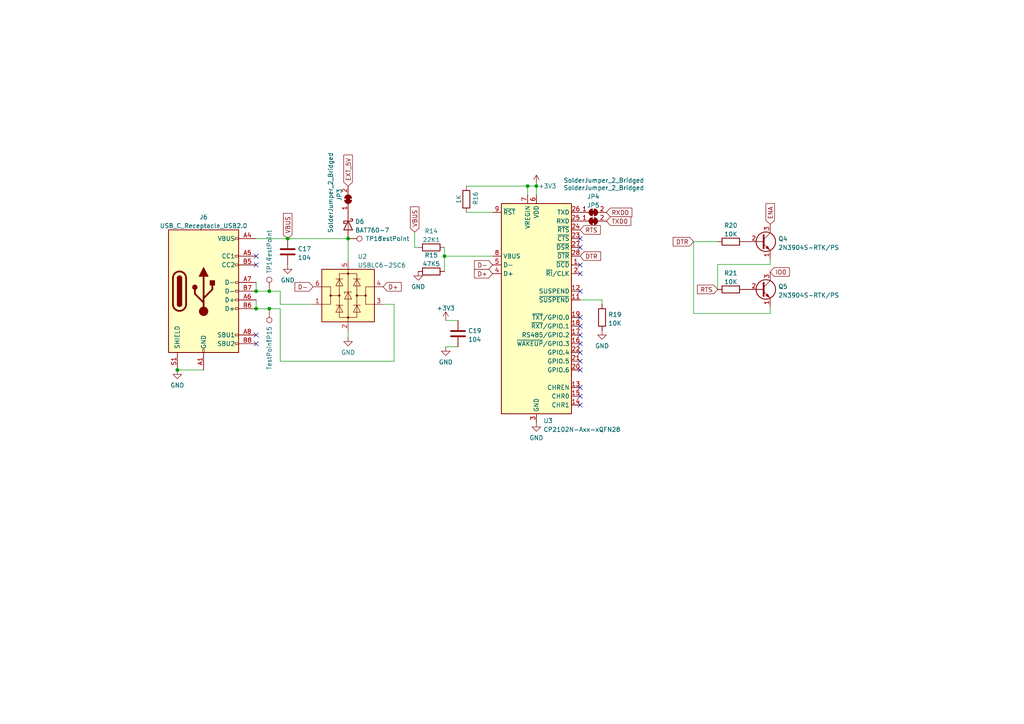
<source format=kicad_sch>
(kicad_sch (version 20231120) (generator "eeschema") (generator_version "8.0")
  (paper "A4")
  (lib_symbols
    (symbol "Connector:TestPoint" (pin_numbers hide) (pin_names (offset 0.762) hide)
      (property "Reference" "TP" (at 0 6.858 0))
      (property "Value" "TestPoint" (at 0 5.08 0))
      (symbol "TestPoint_0_1"
        (circle (center 0 3.302) (radius 0.762))
      )
      (symbol "TestPoint_1_1"
        (pin passive line (at 0 0 90) (length 2.54) (name "1") (number "1"))
      )
    )
    (symbol "Connector:USB_C_Receptacle_USB2.0" (pin_names (offset 1.016))
      (property "Reference" "J" (at -10.16 19.05 0))
      (property "Value" "USB_C_Receptacle_USB2.0" (at 19.05 19.05 0))
      (symbol "USB_C_Receptacle_USB2.0_0_0"
        (rectangle (start -0.254 -17.78) (end 0.254 -16.764))
        (rectangle (start 10.16 -14.986) (end 9.144 -15.494))
        (rectangle (start 10.16 -12.446) (end 9.144 -12.954))
        (rectangle (start 10.16 -4.826) (end 9.144 -5.334))
        (rectangle (start 10.16 -2.286) (end 9.144 -2.794))
        (rectangle (start 10.16 0.254) (end 9.144 -0.254))
        (rectangle (start 10.16 2.794) (end 9.144 2.286))
        (rectangle (start 10.16 7.874) (end 9.144 7.366))
        (rectangle (start 10.16 10.414) (end 9.144 9.906))
        (rectangle (start 10.16 15.494) (end 9.144 14.986))
      )
      (symbol "USB_C_Receptacle_USB2.0_0_1"
        (rectangle (start -10.16 17.78) (end 10.16 -17.78) (stroke (width 0.254)) (fill (type background)))
        (arc (start -8.89 -3.81) (mid -6.985 -5.7066) (end -5.08 -3.81) (stroke (width 0.508)))
        (arc (start -7.62 -3.81) (mid -6.985 -4.4422) (end -6.35 -3.81) (stroke (width 0.254)))
        (arc (start -7.62 -3.81) (mid -6.985 -4.4422) (end -6.35 -3.81) (stroke (width 0.254)) (fill (type outline)))
        (rectangle (start -7.62 -3.81) (end -6.35 3.81) (stroke (width 0.254)) (fill (type outline)))
        (arc (start -6.35 3.81) (mid -6.985 4.4422) (end -7.62 3.81) (stroke (width 0.254)))
        (arc (start -6.35 3.81) (mid -6.985 4.4422) (end -7.62 3.81) (stroke (width 0.254)) (fill (type outline)))
        (arc (start -5.08 3.81) (mid -6.985 5.7066) (end -8.89 3.81) (stroke (width 0.508)))
        (circle (center -2.54 1.143) (radius 0.635) (stroke (width 0.254)) (fill (type outline)))
        (circle (center 0 -5.842) (radius 1.27) (fill (type outline)))
        (polyline (pts (xy -8.89 -3.81) (xy -8.89 3.81)) (stroke (width 0.508)))
        (polyline (pts (xy -5.08 3.81) (xy -5.08 -3.81)) (stroke (width 0.508)))
        (polyline (pts (xy 0 -5.842) (xy 0 4.318)) (stroke (width 0.508)))
        (polyline (pts (xy 0 -3.302) (xy -2.54 -0.762) (xy -2.54 0.508)) (stroke (width 0.508)))
        (polyline (pts (xy 0 -2.032) (xy 2.54 0.508) (xy 2.54 1.778)) (stroke (width 0.508)))
        (polyline (pts (xy -1.27 4.318) (xy 0 6.858) (xy 1.27 4.318) (xy -1.27 4.318)) (stroke (width 0.254)) (fill (type outline)))
        (rectangle (start 1.905 1.778) (end 3.175 3.048) (stroke (width 0.254)) (fill (type outline)))
      )
      (symbol "USB_C_Receptacle_USB2.0_1_1"
        (pin passive line (at 0 -22.86 90) (length 5.08) (name "GND") (number "A1"))
        (pin passive line (at 0 -22.86 90) (length 5.08) hide (name "GND") (number "A12"))
        (pin passive line (at 15.24 15.24 180) (length 5.08) (name "VBUS") (number "A4"))
        (pin bidirectional line (at 15.24 10.16 180) (length 5.08) (name "CC1") (number "A5"))
        (pin bidirectional line (at 15.24 -2.54 180) (length 5.08) (name "D+") (number "A6"))
        (pin bidirectional line (at 15.24 2.54 180) (length 5.08) (name "D-") (number "A7"))
        (pin bidirectional line (at 15.24 -12.7 180) (length 5.08) (name "SBU1") (number "A8"))
        (pin passive line (at 15.24 15.24 180) (length 5.08) hide (name "VBUS") (number "A9"))
        (pin passive line (at 0 -22.86 90) (length 5.08) hide (name "GND") (number "B1"))
        (pin passive line (at 0 -22.86 90) (length 5.08) hide (name "GND") (number "B12"))
        (pin passive line (at 15.24 15.24 180) (length 5.08) hide (name "VBUS") (number "B4"))
        (pin bidirectional line (at 15.24 7.62 180) (length 5.08) (name "CC2") (number "B5"))
        (pin bidirectional line (at 15.24 -5.08 180) (length 5.08) (name "D+") (number "B6"))
        (pin bidirectional line (at 15.24 0 180) (length 5.08) (name "D-") (number "B7"))
        (pin bidirectional line (at 15.24 -15.24 180) (length 5.08) (name "SBU2") (number "B8"))
        (pin passive line (at 15.24 15.24 180) (length 5.08) hide (name "VBUS") (number "B9"))
        (pin passive line (at -7.62 -22.86 90) (length 5.08) (name "SHIELD") (number "S1"))
      )
    )
    (symbol "Device:C" (pin_numbers hide) (pin_names (offset 0.254))
      (property "Reference" "C" (at 0.635 2.54 0))
      (property "Value" "C" (at 0.635 -2.54 0))
      (symbol "C_0_1"
        (polyline (pts (xy -2.032 -0.762) (xy 2.032 -0.762)) (stroke (width 0.508)))
        (polyline (pts (xy -2.032 0.762) (xy 2.032 0.762)) (stroke (width 0.508)))
      )
      (symbol "C_1_1"
        (pin passive line (at 0 3.81 270) (length 2.794) (name "~") (number "1"))
        (pin passive line (at 0 -3.81 90) (length 2.794) (name "~") (number "2"))
      )
    )
    (symbol "Device:D_Schottky" (pin_numbers hide) (pin_names (offset 1.016) hide)
      (property "Reference" "D" (at 0 2.54 0))
      (property "Value" "D_Schottky" (at 0 -2.54 0))
      (symbol "D_Schottky_0_1"
        (polyline (pts (xy 1.27 0) (xy -1.27 0)))
        (polyline (pts (xy 1.27 1.27) (xy 1.27 -1.27) (xy -1.27 0) (xy 1.27 1.27)) (stroke (width 0.254)))
        (polyline (pts (xy -1.905 0.635) (xy -1.905 1.27) (xy -1.27 1.27) (xy -1.27 -1.27) (xy -0.635 -1.27) (xy -0.635 -0.635)) (stroke (width 0.254)))
      )
      (symbol "D_Schottky_1_1"
        (pin passive line (at -3.81 0 0) (length 2.54) (name "K") (number "1"))
        (pin passive line (at 3.81 0 180) (length 2.54) (name "A") (number "2"))
      )
    )
    (symbol "Device:R" (pin_numbers hide) (pin_names (offset 0))
      (property "Reference" "R" (at 2.032 0 90))
      (property "Value" "R" (at 0 0 90))
      (symbol "R_0_1"
        (rectangle (start -1.016 -2.54) (end 1.016 2.54) (stroke (width 0.254)))
      )
      (symbol "R_1_1"
        (pin passive line (at 0 3.81 270) (length 1.27) (name "~") (number "1"))
        (pin passive line (at 0 -3.81 90) (length 1.27) (name "~") (number "2"))
      )
    )
    (symbol "Interface_USB:CP2102N-Axx-xQFN28"
      (property "Reference" "U" (at -8.89 31.75 0))
      (property "Value" "CP2102N-Axx-xQFN28" (at 12.7 31.75 0))
      (symbol "CP2102N-Axx-xQFN28_0_1"
        (rectangle (start -10.16 30.48) (end 10.16 -30.48) (stroke (width 0.254)) (fill (type background)))
      )
      (symbol "CP2102N-Axx-xQFN28_1_1"
        (pin input line (at 12.7 12.7 180) (length 2.54) (name "~{DCD}") (number "1"))
        (pin no_connect line (at -10.16 -27.94 0) (length 2.54) hide (name "NC") (number "10"))
        (pin output line (at 12.7 2.54 180) (length 2.54) (name "~{SUSPEND}") (number "11"))
        (pin output line (at 12.7 5.08 180) (length 2.54) (name "SUSPEND") (number "12"))
        (pin output line (at 12.7 -22.86 180) (length 2.54) (name "CHREN") (number "13"))
        (pin output line (at 12.7 -27.94 180) (length 2.54) (name "CHR1") (number "14"))
        (pin output line (at 12.7 -25.4 180) (length 2.54) (name "CHR0") (number "15"))
        (pin bidirectional line (at 12.7 -10.16 180) (length 2.54) (name "~{WAKEUP}/GPIO.3") (number "16"))
        (pin bidirectional line (at 12.7 -7.62 180) (length 2.54) (name "RS485/GPIO.2") (number "17"))
        (pin bidirectional line (at 12.7 -5.08 180) (length 2.54) (name "~{RXT}/GPIO.1") (number "18"))
        (pin bidirectional line (at 12.7 -2.54 180) (length 2.54) (name "~{TXT}/GPIO.0") (number "19"))
        (pin bidirectional line (at 12.7 10.16 180) (length 2.54) (name "~{RI}/CLK") (number "2"))
        (pin bidirectional line (at 12.7 -17.78 180) (length 2.54) (name "GPIO.6") (number "20"))
        (pin bidirectional line (at 12.7 -15.24 180) (length 2.54) (name "GPIO.5") (number "21"))
        (pin bidirectional line (at 12.7 -12.7 180) (length 2.54) (name "GPIO.4") (number "22"))
        (pin input line (at 12.7 20.32 180) (length 2.54) (name "~{CTS}") (number "23"))
        (pin output line (at 12.7 22.86 180) (length 2.54) (name "~{RTS}") (number "24"))
        (pin input line (at 12.7 25.4 180) (length 2.54) (name "RXD") (number "25"))
        (pin output line (at 12.7 27.94 180) (length 2.54) (name "TXD") (number "26"))
        (pin input line (at 12.7 17.78 180) (length 2.54) (name "~{DSR}") (number "27"))
        (pin output line (at 12.7 15.24 180) (length 2.54) (name "~{DTR}") (number "28"))
        (pin passive line (at 0 -33.02 90) (length 2.54) hide (name "GND") (number "29"))
        (pin power_in line (at 0 -33.02 90) (length 2.54) (name "GND") (number "3"))
        (pin bidirectional line (at -12.7 10.16 0) (length 2.54) (name "D+") (number "4"))
        (pin bidirectional line (at -12.7 12.7 0) (length 2.54) (name "D-") (number "5"))
        (pin power_in line (at 0 33.02 270) (length 2.54) (name "VDD") (number "6"))
        (pin power_in line (at -2.54 33.02 270) (length 2.54) (name "VREGIN") (number "7"))
        (pin input line (at -12.7 15.24 0) (length 2.54) (name "VBUS") (number "8"))
        (pin input line (at -12.7 27.94 0) (length 2.54) (name "~{RST}") (number "9"))
      )
    )
    (symbol "Jumper:SolderJumper_2_Bridged" (pin_names (offset 0) hide)
      (property "Reference" "JP" (at 0 2.032 0))
      (property "Value" "SolderJumper_2_Bridged" (at 0 -2.54 0))
      (symbol "SolderJumper_2_Bridged_0_1"
        (rectangle (start -0.508 0.508) (end 0.508 -0.508) (fill (type outline)))
        (arc (start -0.254 1.016) (mid -1.2655 0) (end -0.254 -1.016))
        (arc (start -0.254 1.016) (mid -1.2655 0) (end -0.254 -1.016) (fill (type outline)))
        (polyline (pts (xy -0.254 1.016) (xy -0.254 -1.016)))
        (polyline (pts (xy 0.254 1.016) (xy 0.254 -1.016)))
        (arc (start 0.254 -1.016) (mid 1.2655 0) (end 0.254 1.016))
        (arc (start 0.254 -1.016) (mid 1.2655 0) (end 0.254 1.016) (fill (type outline)))
      )
      (symbol "SolderJumper_2_Bridged_1_1"
        (pin passive line (at -3.81 0 0) (length 2.54) (name "A") (number "1"))
        (pin passive line (at 3.81 0 180) (length 2.54) (name "B") (number "2"))
      )
    )
    (symbol "Power_Protection:USBLC6-2SC6" (pin_names hide)
      (property "Reference" "U" (at 2.54 8.89 0))
      (property "Value" "USBLC6-2SC6" (at 2.54 -8.89 0))
      (symbol "USBLC6-2SC6_0_1"
        (rectangle (start -7.62 -7.62) (end 7.62 7.62) (stroke (width 0.254)) (fill (type background)))
        (circle (center -5.08 0) (radius 0.254) (fill (type outline)))
        (circle (center -2.54 0) (radius 0.254) (fill (type outline)))
        (rectangle (start -2.54 6.35) (end 2.54 -6.35))
        (circle (center 0 -6.35) (radius 0.254) (fill (type outline)))
        (polyline (pts (xy -5.08 -2.54) (xy -7.62 -2.54)))
        (polyline (pts (xy -5.08 0) (xy -5.08 -2.54)))
        (polyline (pts (xy -5.08 2.54) (xy -7.62 2.54)))
        (polyline (pts (xy -1.524 -2.794) (xy -3.556 -2.794)))
        (polyline (pts (xy -1.524 4.826) (xy -3.556 4.826)))
        (polyline (pts (xy 0 -7.62) (xy 0 -6.35)))
        (polyline (pts (xy 0 -6.35) (xy 0 1.27)))
        (polyline (pts (xy 0 1.27) (xy 0 6.35)))
        (polyline (pts (xy 0 6.35) (xy 0 7.62)))
        (polyline (pts (xy 1.524 -2.794) (xy 3.556 -2.794)))
        (polyline (pts (xy 1.524 4.826) (xy 3.556 4.826)))
        (polyline (pts (xy 5.08 -2.54) (xy 7.62 -2.54)))
        (polyline (pts (xy 5.08 0) (xy 5.08 -2.54)))
        (polyline (pts (xy 5.08 2.54) (xy 7.62 2.54)))
        (polyline (pts (xy -2.54 0) (xy -5.08 0) (xy -5.08 2.54)))
        (polyline (pts (xy 2.54 0) (xy 5.08 0) (xy 5.08 2.54)))
        (polyline (pts (xy -3.556 -4.826) (xy -1.524 -4.826) (xy -2.54 -2.794) (xy -3.556 -4.826)))
        (polyline (pts (xy -3.556 2.794) (xy -1.524 2.794) (xy -2.54 4.826) (xy -3.556 2.794)))
        (polyline (pts (xy -1.016 -1.016) (xy 1.016 -1.016) (xy 0 1.016) (xy -1.016 -1.016)))
        (polyline (pts (xy 1.016 1.016) (xy 0.762 1.016) (xy -1.016 1.016) (xy -1.016 0.508)))
        (polyline (pts (xy 3.556 -4.826) (xy 1.524 -4.826) (xy 2.54 -2.794) (xy 3.556 -4.826)))
        (polyline (pts (xy 3.556 2.794) (xy 1.524 2.794) (xy 2.54 4.826) (xy 3.556 2.794)))
        (circle (center 0 6.35) (radius 0.254) (fill (type outline)))
        (circle (center 2.54 0) (radius 0.254) (fill (type outline)))
        (circle (center 5.08 0) (radius 0.254) (fill (type outline)))
      )
      (symbol "USBLC6-2SC6_1_1"
        (pin passive line (at -10.16 -2.54 0) (length 2.54) (name "I/O1") (number "1"))
        (pin passive line (at 0 -10.16 90) (length 2.54) (name "GND") (number "2"))
        (pin passive line (at 10.16 -2.54 180) (length 2.54) (name "I/O2") (number "3"))
        (pin passive line (at 10.16 2.54 180) (length 2.54) (name "I/O2") (number "4"))
        (pin passive line (at 0 10.16 270) (length 2.54) (name "VBUS") (number "5"))
        (pin passive line (at -10.16 2.54 0) (length 2.54) (name "I/O1") (number "6"))
      )
    )
    (symbol "Transistor_BJT:2N3904" (pin_names (offset 0) hide)
      (property "Reference" "Q" (at 5.08 1.905 0))
      (property "Value" "2N3904" (at 5.08 0 0))
      (symbol "2N3904_0_1"
        (polyline (pts (xy 0.635 0.635) (xy 2.54 2.54)))
        (polyline (pts (xy 0.635 -0.635) (xy 2.54 -2.54) (xy 2.54 -2.54)))
        (polyline (pts (xy 0.635 1.905) (xy 0.635 -1.905) (xy 0.635 -1.905)) (stroke (width 0.508)))
        (polyline (pts (xy 1.27 -1.778) (xy 1.778 -1.27) (xy 2.286 -2.286) (xy 1.27 -1.778) (xy 1.27 -1.778)) (fill (type outline)))
        (circle (center 1.27 0) (radius 2.8194) (stroke (width 0.254)))
      )
      (symbol "2N3904_1_1"
        (pin passive line (at 2.54 -5.08 90) (length 2.54) (name "E") (number "1"))
        (pin passive line (at -5.08 0 0) (length 5.715) (name "B") (number "2"))
        (pin passive line (at 2.54 5.08 270) (length 2.54) (name "C") (number "3"))
      )
    )
    (symbol "power:+3V3" (power) (pin_names (offset 0))
      (property "Value" "+3V3" (at 0 3.556 0))
      (symbol "+3V3_0_1"
        (polyline (pts (xy -0.762 1.27) (xy 0 2.54)))
        (polyline (pts (xy 0 0) (xy 0 2.54)))
        (polyline (pts (xy 0 2.54) (xy 0.762 1.27)))
      )
      (symbol "+3V3_1_1"
        (pin power_in line (at 0 0 90) (length 0) hide (name "+3V3") (number "1"))
      )
    )
    (symbol "power:GND" (power) (pin_names (offset 0))
      (property "Value" "GND" (at 0 -3.81 0))
      (symbol "GND_0_1"
        (polyline (pts (xy 0 0) (xy 0 -1.27) (xy 1.27 -1.27) (xy 0 -2.54) (xy -1.27 -1.27) (xy 0 -1.27)))
      )
      (symbol "GND_1_1"
        (pin power_in line (at 0 0 270) (length 0) hide (name "GND") (number "1"))
      )
    )
  )
  (junction (at 153.035 53.975))
  (junction (at 51.435 107.315))
  (junction (at 74.295 89.535))
  (junction (at 100.965 69.215))
  (junction (at 78.105 84.455))
  (junction (at 155.575 53.975))
  (junction (at 83.439 69.215))
  (junction (at 78.105 89.535))
  (junction (at 128.905 74.295))
  (junction (at 74.295 84.455))
  (no_connect (at 168.275 99.695))
  (no_connect (at 74.295 76.835))
  (no_connect (at 168.275 97.155))
  (no_connect (at 168.275 107.315))
  (no_connect (at 168.275 92.075))
  (no_connect (at 168.275 117.475))
  (no_connect (at 74.295 99.695))
  (no_connect (at 168.275 71.755))
  (no_connect (at 168.275 112.395))
  (no_connect (at 168.275 84.455))
  (no_connect (at 74.295 74.295))
  (no_connect (at 168.275 94.615))
  (no_connect (at 168.275 69.215))
  (no_connect (at 168.275 104.775))
  (no_connect (at 74.295 97.155))
  (no_connect (at 168.275 76.835))
  (no_connect (at 168.275 79.375))
  (no_connect (at 168.275 102.235))
  (no_connect (at 168.275 114.935))
  (wire (pts (xy 168.275 86.995) (xy 174.625 86.995)))
  (wire (pts (xy 100.965 95.885) (xy 100.965 97.79)))
  (wire (pts (xy 74.295 81.915) (xy 74.295 84.455)))
  (wire (pts (xy 223.393 75.184) (xy 223.393 76.708)))
  (wire (pts (xy 83.439 69.215) (xy 100.965 69.215)))
  (wire (pts (xy 100.965 69.215) (xy 100.965 75.565)))
  (wire (pts (xy 208.153 70.104) (xy 201.168 70.104)))
  (wire (pts (xy 155.575 53.975) (xy 155.575 56.515)))
  (wire (pts (xy 128.905 74.295) (xy 142.875 74.295)))
  (wire (pts (xy 223.393 76.708) (xy 208.153 76.708)))
  (wire (pts (xy 153.035 53.975) (xy 155.575 53.975)))
  (wire (pts (xy 81.28 84.455) (xy 81.28 88.265)))
  (wire (pts (xy 208.153 76.708) (xy 208.153 83.947)))
  (wire (pts (xy 128.905 71.755) (xy 128.905 74.295)))
  (wire (pts (xy 74.295 84.455) (xy 78.105 84.455)))
  (wire (pts (xy 135.255 61.595) (xy 142.875 61.595)))
  (wire (pts (xy 74.295 89.535) (xy 78.105 89.535)))
  (wire (pts (xy 135.255 53.975) (xy 153.035 53.975)))
  (wire (pts (xy 129.286 100.584) (xy 132.842 100.584)))
  (wire (pts (xy 114.3 88.265) (xy 111.125 88.265)))
  (wire (pts (xy 74.295 86.995) (xy 74.295 89.535)))
  (wire (pts (xy 128.905 74.295) (xy 128.905 78.74)))
  (wire (pts (xy 155.575 53.34) (xy 155.575 53.975)))
  (wire (pts (xy 81.28 88.265) (xy 90.805 88.265)))
  (wire (pts (xy 78.105 84.455) (xy 81.28 84.455)))
  (wire (pts (xy 201.168 90.932) (xy 223.393 90.932)))
  (wire (pts (xy 120.269 71.755) (xy 120.269 67.31)))
  (wire (pts (xy 121.285 71.755) (xy 120.269 71.755)))
  (wire (pts (xy 78.105 89.535) (xy 81.28 89.535)))
  (wire (pts (xy 74.295 69.215) (xy 83.439 69.215)))
  (wire (pts (xy 129.286 92.964) (xy 132.842 92.964)))
  (wire (pts (xy 51.435 107.315) (xy 59.055 107.315)))
  (wire (pts (xy 81.28 104.775) (xy 114.3 104.775)))
  (wire (pts (xy 114.3 104.775) (xy 114.3 88.265)))
  (wire (pts (xy 81.28 89.535) (xy 81.28 104.775)))
  (wire (pts (xy 174.625 86.995) (xy 174.625 88.265)))
  (wire (pts (xy 153.035 53.975) (xy 153.035 56.515)))
  (wire (pts (xy 223.393 90.932) (xy 223.393 89.027)))
  (wire (pts (xy 201.168 70.104) (xy 201.168 90.932)))
  (global_label "EXT_5V" (shape input) (at 100.965 53.975 90) (property "Intersheetrefs" "${INTERSHEET_REFS}" (effects (hide yes))))
  (global_label "DTR" (shape input) (at 201.168 70.104 180) (property "Intersheetrefs" "${INTERSHEET_REFS}" (effects (hide yes))))
  (global_label "RXD0" (shape input) (at 175.895 61.595 0) (property "Intersheetrefs" "${INTERSHEET_REFS}" (effects (hide yes))))
  (global_label "RTS" (shape input) (at 208.153 83.947 180) (property "Intersheetrefs" "${INTERSHEET_REFS}" (effects (hide yes))))
  (global_label "D+" (shape input) (at 111.125 83.185 0) (property "Intersheetrefs" "${INTERSHEET_REFS}" (effects (hide yes))))
  (global_label "D-" (shape input) (at 90.805 83.185 180) (property "Intersheetrefs" "${INTERSHEET_REFS}" (effects (hide yes))))
  (global_label "VBUS" (shape input) (at 120.269 67.31 90) (property "Intersheetrefs" "${INTERSHEET_REFS}" (effects (hide yes))))
  (global_label "ENA" (shape input) (at 223.393 65.024 90) (property "Intersheetrefs" "${INTERSHEET_REFS}" (effects (hide yes))))
  (global_label "IO0" (shape input) (at 223.393 78.867 0) (property "Intersheetrefs" "${INTERSHEET_REFS}" (effects (hide yes))))
  (global_label "D-" (shape input) (at 142.875 76.835 180) (property "Intersheetrefs" "${INTERSHEET_REFS}" (effects (hide yes))))
  (global_label "VBUS" (shape input) (at 83.439 69.215 90) (property "Intersheetrefs" "${INTERSHEET_REFS}" (effects (hide yes))))
  (global_label "TXD0" (shape input) (at 175.895 64.135 0) (property "Intersheetrefs" "${INTERSHEET_REFS}" (effects (hide yes))))
  (global_label "D+" (shape input) (at 142.875 79.375 180) (property "Intersheetrefs" "${INTERSHEET_REFS}" (effects (hide yes))))
  (global_label "DTR" (shape input) (at 168.275 74.295 0) (property "Intersheetrefs" "${INTERSHEET_REFS}" (effects (hide yes))))
  (global_label "RTS" (shape input) (at 168.275 66.675 0) (property "Intersheetrefs" "${INTERSHEET_REFS}" (effects (hide yes))))
  (symbol (lib_id "power:GND") (at 100.965 97.79 0) (unit 1)
    (property "Reference" "#PWR034" (effects (hide yes)))
    (property "Value" "GND" (at 100.965 102.2334 0))
  )
  (symbol (lib_id "Device:D_Schottky") (at 100.965 65.405 270) (unit 1)
    (property "Reference" "D6" (at 102.997 64.2528 90) (effects (justify left)))
    (property "Value" "BAT760-7" (at 102.997 66.7897 90) (effects (justify left)))
    (property "Footprint" "Diode_SMD:D_SOD-323F" (effects (hide yes)))
    (property "REF" "C124187" (effects (hide yes)))
  )
  (symbol (lib_id "Device:C") (at 83.439 73.025 0) (unit 1)
    (property "Reference" "C17" (at 86.36 72.1903 0) (effects (justify left)))
    (property "Value" "104" (at 86.36 74.7272 0) (effects (justify left)))
    (property "Footprint" "Capacitor_SMD:C_0805_2012Metric_Pad1.18x1.45mm_HandSolder" (effects (hide yes)))
    (property "REF" "C49678" (effects (hide yes)))
  )
  (symbol (lib_id "Device:R") (at 125.095 71.755 90) (unit 1)
    (property "Reference" "R14" (at 125.095 67.0392 90))
    (property "Value" "22K1" (at 125.095 69.5761 90))
    (property "Footprint" "Resistor_SMD:R_0805_2012Metric_Pad1.20x1.40mm_HandSolder" (effects (hide yes)))
    (property "REF" "C865310" (effects (hide yes)))
  )
  (symbol (lib_id "power:+3V3") (at 129.286 92.964 0) (unit 1)
    (property "Reference" "#PWR036" (effects (hide yes)))
    (property "Value" "+3V3" (at 129.286 89.3882 0))
  )
  (symbol (lib_id "Power_Protection:USBLC6-2SC6") (at 100.965 85.725 0) (unit 1)
    (property "Reference" "U2" (at 103.7337 74.4052 0) (effects (justify left)))
    (property "Value" "USBLC6-2SC6" (at 103.7337 76.9421 0) (effects (justify left)))
    (property "Footprint" "Package_TO_SOT_SMD:SOT-23-6" (effects (hide yes)))
    (property "Datasheet" "https://www.st.com/resource/en/datasheet/usblc6-2.pdf" (effects (hide yes)))
    (property "REF" "C2827654" (effects (hide yes)))
  )
  (symbol (lib_id "Device:R") (at 211.963 70.104 90) (unit 1)
    (property "Reference" "R20" (at 211.963 65.3882 90))
    (property "Value" "10K" (at 211.963 67.9251 90))
    (property "Footprint" "Resistor_SMD:R_0805_2012Metric_Pad1.20x1.40mm_HandSolder" (effects (hide yes)))
    (property "REF" "C864029" (effects (hide yes)))
  )
  (symbol (lib_id "Device:C") (at 132.842 96.774 0) (unit 1)
    (property "Reference" "C19" (at 135.763 95.9393 0) (effects (justify left)))
    (property "Value" "104" (at 135.763 98.4762 0) (effects (justify left)))
    (property "Footprint" "Capacitor_SMD:C_0805_2012Metric_Pad1.18x1.45mm_HandSolder" (effects (hide yes)))
    (property "REF" "C49678" (effects (hide yes)))
  )
  (symbol (lib_id "power:+3V3") (at 155.575 53.34 0) (unit 1)
    (property "Reference" "#PWR038" (effects (hide yes)))
    (property "Value" "+3V3" (at 158.75 53.975 0))
  )
  (symbol (lib_id "Connector:TestPoint") (at 78.105 84.455 0) (unit 1)
    (property "Reference" "TP14" (at 78.105 79.375 90) (effects (justify left)))
    (property "Value" "TestPoint" (at 78.105 75.565 90) (effects (justify left)))
    (property "Footprint" "TestPoint:TestPoint_Pad_D1.0mm" (effects (hide yes)))
  )
  (symbol (lib_id "Device:R") (at 211.963 83.947 90) (unit 1)
    (property "Reference" "R21" (at 211.963 79.2312 90))
    (property "Value" "10K" (at 211.963 81.7681 90))
    (property "Footprint" "Resistor_SMD:R_0805_2012Metric_Pad1.20x1.40mm_HandSolder" (effects (hide yes)))
    (property "REF" "C864029" (effects (hide yes)))
  )
  (symbol (lib_id "power:GND") (at 174.625 95.885 0) (unit 1)
    (property "Reference" "#PWR040" (effects (hide yes)))
    (property "Value" "GND" (at 174.625 100.3284 0))
  )
  (symbol (lib_id "Device:R") (at 174.625 92.075 180) (unit 1)
    (property "Reference" "R19" (at 176.403 91.2403 0) (effects (justify right)))
    (property "Value" "10K" (at 176.403 93.7772 0) (effects (justify right)))
    (property "Footprint" "Resistor_SMD:R_0805_2012Metric_Pad1.20x1.40mm_HandSolder" (effects (hide yes)))
    (property "REF" "C864029" (effects (hide yes)))
  )
  (symbol (lib_id "power:GND") (at 121.285 78.74 0) (unit 1)
    (property "Reference" "#PWR035" (effects (hide yes)))
    (property "Value" "GND" (at 121.285 83.1834 0))
  )
  (symbol (lib_id "Transistor_BJT:2N3904") (at 220.853 70.104 0) (unit 1)
    (property "Reference" "Q4" (at 225.7044 69.2693 0) (effects (justify left)))
    (property "Value" "2N3904S-RTK/PS" (at 225.7044 71.8062 0) (effects (justify left)))
    (property "Footprint" "Package_TO_SOT_SMD:SOT-23-3-REV" (effects (hide yes)))
    (property "Datasheet" "https://www.onsemi.com/pub/Collateral/2N3903-D.PDF" (effects (hide yes)))
    (property "REF" "C18536" (effects (hide yes)))
  )
  (symbol (lib_id "Device:R") (at 125.095 78.74 270) (unit 1)
    (property "Reference" "R15" (at 125.095 74.0242 90))
    (property "Value" "47K5" (at 125.095 76.5611 90))
    (property "Footprint" "Resistor_SMD:R_0805_2012Metric_Pad1.20x1.40mm_HandSolder" (effects (hide yes)))
    (property "REF" "C245335" (effects (hide yes)))
  )
  (symbol (lib_id "power:GND") (at 51.435 107.315 0) (unit 1)
    (property "Reference" "#PWR032" (effects (hide yes)))
    (property "Value" "GND" (at 51.435 111.7584 0))
  )
  (symbol (lib_id "power:GND") (at 129.286 100.584 0) (unit 1)
    (property "Reference" "#PWR037" (effects (hide yes)))
    (property "Value" "GND" (at 129.286 105.0274 0))
  )
  (symbol (lib_id "Jumper:SolderJumper_2_Bridged") (at 100.965 57.785 90) (unit 1)
    (property "Reference" "JP3" (at 98.425 56.515 0))
    (property "Value" "SolderJumper_2_Bridged" (at 95.885 55.88 0))
    (property "Footprint" "Jumper:SolderJumper-2_P1.3mm_Open_RoundedPad1.0x1.5mm" (effects (hide yes)))
  )
  (symbol (lib_id "power:GND") (at 155.575 122.555 0) (unit 1)
    (property "Reference" "#PWR039" (effects (hide yes)))
    (property "Value" "GND" (at 155.575 126.9984 0))
  )
  (symbol (lib_id "Connector:TestPoint") (at 78.105 89.535 180) (unit 1)
    (property "Reference" "TP15" (at 78.105 94.615 90) (effects (justify left)))
    (property "Value" "TestPoint" (at 78.105 98.425 90) (effects (justify left)))
    (property "Footprint" "TestPoint:TestPoint_Pad_D1.0mm" (effects (hide yes)))
  )
  (symbol (lib_id "Jumper:SolderJumper_2_Bridged") (at 172.085 64.135 0) (unit 1)
    (property "Reference" "JP5" (at 172.085 59.5462 0))
    (property "Value" "SolderJumper_2_Bridged" (at 175.133 52.324 0))
    (property "Footprint" "Jumper:SolderJumper-2_P1.3mm_Bridged_RoundedPad1.0x1.5mm" (effects (hide yes)))
  )
  (symbol (lib_id "power:GND") (at 83.439 76.835 0) (unit 1)
    (property "Reference" "#PWR033" (effects (hide yes)))
    (property "Value" "GND" (at 83.439 81.2784 0))
  )
  (symbol (lib_id "Interface_USB:CP2102N-Axx-xQFN28") (at 155.575 89.535 0) (unit 1)
    (property "Reference" "U3" (at 157.5944 122.0454 0) (effects (justify left)))
    (property "Value" "CP2102N-Axx-xQFN28" (at 157.5944 124.5823 0) (effects (justify left)))
    (property "Footprint" "Package_DFN_QFN:QFN-28-1EP_5x5mm_P0.5mm_EP3.35x3.35mm" (effects (hide yes)))
    (property "Datasheet" "https://www.silabs.com/documents/public/data-sheets/cp2102n-datasheet.pdf" (effects (hide yes)))
    (property "REF" "C964632" (effects (hide yes)))
  )
  (symbol (lib_id "Jumper:SolderJumper_2_Bridged") (at 172.085 61.595 0) (unit 1)
    (property "Reference" "JP4" (at 172.085 57.0062 0))
    (property "Value" "SolderJumper_2_Bridged" (at 175.133 54.483 0))
    (property "Footprint" "Jumper:SolderJumper-2_P1.3mm_Bridged_RoundedPad1.0x1.5mm" (effects (hide yes)))
  )
  (symbol (lib_id "Connector:TestPoint") (at 100.965 69.215 270) (unit 1)
    (property "Reference" "TP16" (at 106.045 69.215 90) (effects (justify left)))
    (property "Value" "TestPoint" (at 109.855 69.215 90) (effects (justify left)))
    (property "Footprint" "TestPoint:TestPoint_Pad_D1.0mm" (effects (hide yes)))
  )
  (symbol (lib_id "Device:R") (at 135.255 57.785 0) (unit 1)
    (property "Reference" "R16" (at 137.922 57.531 90))
    (property "Value" "1K" (at 133.0761 57.785 90))
    (property "Footprint" "Resistor_SMD:R_0805_2012Metric_Pad1.20x1.40mm_HandSolder" (effects (hide yes)))
    (property "REF" "C844821" (effects (hide yes)))
  )
  (symbol (lib_id "Connector:USB_C_Receptacle_USB2.0") (at 59.055 84.455 0) (unit 1)
    (property "Reference" "J6" (at 59.055 62.9752 0))
    (property "Value" "USB_C_Receptacle_USB2.0" (at 59.055 65.5121 0))
    (property "Footprint" "Connector_USB:USB_C_Receptacle_HRO_TYPE-C-31-M-12" (effects (hide yes)))
    (property "Datasheet" "chrome-extension://efaidnbmnnnibpcajpcglclefindmkaj/https://datasheet.lcsc.com/lcsc/2103051833_Jing-Extension-of-the-Electronic-Co--918-418K2023S40001_C167321.pdf" (effects (hide yes)))
    (property "REF" "C167321" (effects (hide yes)))
  )
  (symbol (lib_id "Transistor_BJT:2N3904") (at 220.853 83.947 0) (unit 1)
    (property "Reference" "Q5" (at 225.7044 83.1123 0) (effects (justify left)))
    (property "Value" "2N3904S-RTK/PS" (at 225.7044 85.6492 0) (effects (justify left)))
    (property "Footprint" "Package_TO_SOT_SMD:SOT-23-3-REV" (effects (hide yes)))
    (property "Datasheet" "https://www.onsemi.com/pub/Collateral/2N3903-D.PDF" (effects (hide yes)))
    (property "REF" "C18536" (effects (hide yes)))
  )
)
</source>
